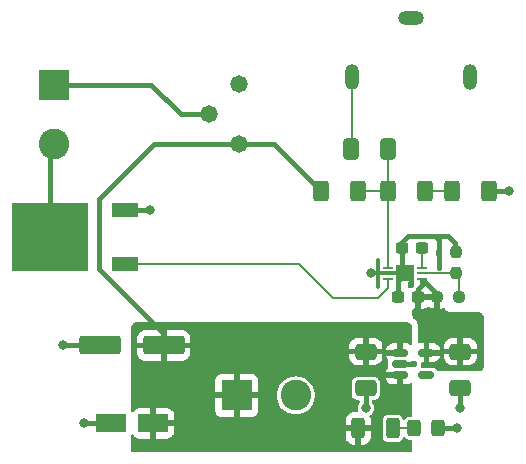
<source format=gtl>
%TF.GenerationSoftware,KiCad,Pcbnew,(6.0.7-1)-1*%
%TF.CreationDate,2022-08-15T15:40:10-06:00*%
%TF.ProjectId,led_modulator,6c65645f-6d6f-4647-956c-61746f722e6b,rev?*%
%TF.SameCoordinates,Original*%
%TF.FileFunction,Copper,L1,Top*%
%TF.FilePolarity,Positive*%
%FSLAX46Y46*%
G04 Gerber Fmt 4.6, Leading zero omitted, Abs format (unit mm)*
G04 Created by KiCad (PCBNEW (6.0.7-1)-1) date 2022-08-15 15:40:10*
%MOMM*%
%LPD*%
G01*
G04 APERTURE LIST*
G04 Aperture macros list*
%AMRoundRect*
0 Rectangle with rounded corners*
0 $1 Rounding radius*
0 $2 $3 $4 $5 $6 $7 $8 $9 X,Y pos of 4 corners*
0 Add a 4 corners polygon primitive as box body*
4,1,4,$2,$3,$4,$5,$6,$7,$8,$9,$2,$3,0*
0 Add four circle primitives for the rounded corners*
1,1,$1+$1,$2,$3*
1,1,$1+$1,$4,$5*
1,1,$1+$1,$6,$7*
1,1,$1+$1,$8,$9*
0 Add four rect primitives between the rounded corners*
20,1,$1+$1,$2,$3,$4,$5,0*
20,1,$1+$1,$4,$5,$6,$7,0*
20,1,$1+$1,$6,$7,$8,$9,0*
20,1,$1+$1,$8,$9,$2,$3,0*%
G04 Aperture macros list end*
%TA.AperFunction,SMDPad,CuDef*%
%ADD10RoundRect,0.250000X-0.650000X0.412500X-0.650000X-0.412500X0.650000X-0.412500X0.650000X0.412500X0*%
%TD*%
%TA.AperFunction,SMDPad,CuDef*%
%ADD11RoundRect,0.237500X0.300000X0.237500X-0.300000X0.237500X-0.300000X-0.237500X0.300000X-0.237500X0*%
%TD*%
%TA.AperFunction,SMDPad,CuDef*%
%ADD12RoundRect,0.250000X1.500000X0.550000X-1.500000X0.550000X-1.500000X-0.550000X1.500000X-0.550000X0*%
%TD*%
%TA.AperFunction,SMDPad,CuDef*%
%ADD13RoundRect,0.250000X-0.312500X-0.625000X0.312500X-0.625000X0.312500X0.625000X-0.312500X0.625000X0*%
%TD*%
%TA.AperFunction,SMDPad,CuDef*%
%ADD14RoundRect,0.237500X-0.250000X-0.237500X0.250000X-0.237500X0.250000X0.237500X-0.250000X0.237500X0*%
%TD*%
%TA.AperFunction,SMDPad,CuDef*%
%ADD15RoundRect,0.250000X0.325000X0.450000X-0.325000X0.450000X-0.325000X-0.450000X0.325000X-0.450000X0*%
%TD*%
%TA.AperFunction,SMDPad,CuDef*%
%ADD16RoundRect,0.250000X-0.400000X-0.625000X0.400000X-0.625000X0.400000X0.625000X-0.400000X0.625000X0*%
%TD*%
%TA.AperFunction,SMDPad,CuDef*%
%ADD17RoundRect,0.250000X-0.412500X-0.650000X0.412500X-0.650000X0.412500X0.650000X-0.412500X0.650000X0*%
%TD*%
%TA.AperFunction,SMDPad,CuDef*%
%ADD18RoundRect,0.237500X0.237500X-0.250000X0.237500X0.250000X-0.237500X0.250000X-0.237500X-0.250000X0*%
%TD*%
%TA.AperFunction,SMDPad,CuDef*%
%ADD19RoundRect,0.062500X0.350000X0.062500X-0.350000X0.062500X-0.350000X-0.062500X0.350000X-0.062500X0*%
%TD*%
%TA.AperFunction,SMDPad,CuDef*%
%ADD20R,1.650000X1.350000*%
%TD*%
%TA.AperFunction,SMDPad,CuDef*%
%ADD21RoundRect,0.250000X1.050000X0.550000X-1.050000X0.550000X-1.050000X-0.550000X1.050000X-0.550000X0*%
%TD*%
%TA.AperFunction,ComponentPad*%
%ADD22R,2.600000X2.600000*%
%TD*%
%TA.AperFunction,ComponentPad*%
%ADD23C,2.600000*%
%TD*%
%TA.AperFunction,ComponentPad*%
%ADD24C,1.473200*%
%TD*%
%TA.AperFunction,SMDPad,CuDef*%
%ADD25RoundRect,0.150000X-0.512500X-0.150000X0.512500X-0.150000X0.512500X0.150000X-0.512500X0.150000X0*%
%TD*%
%TA.AperFunction,SMDPad,CuDef*%
%ADD26R,2.200000X1.200000*%
%TD*%
%TA.AperFunction,SMDPad,CuDef*%
%ADD27R,6.400000X5.800000*%
%TD*%
%TA.AperFunction,ComponentPad*%
%ADD28O,1.200000X2.200000*%
%TD*%
%TA.AperFunction,ComponentPad*%
%ADD29O,2.200000X1.200000*%
%TD*%
%TA.AperFunction,ViaPad*%
%ADD30C,0.800000*%
%TD*%
%TA.AperFunction,ViaPad*%
%ADD31C,0.600000*%
%TD*%
%TA.AperFunction,Conductor*%
%ADD32C,0.400000*%
%TD*%
%TA.AperFunction,Conductor*%
%ADD33C,0.300000*%
%TD*%
%TA.AperFunction,Conductor*%
%ADD34C,0.200000*%
%TD*%
G04 APERTURE END LIST*
D10*
X143460000Y-138712500D03*
X143460000Y-141837500D03*
D11*
X147912500Y-134100000D03*
X146187500Y-134100000D03*
D12*
X126350000Y-138200000D03*
X120950000Y-138200000D03*
D13*
X142812500Y-145225000D03*
X145737500Y-145225000D03*
D14*
X149512500Y-134100000D03*
X151337500Y-134100000D03*
D10*
X151460000Y-138712500D03*
X151460000Y-141837500D03*
D15*
X149600000Y-145225000D03*
X147550000Y-145225000D03*
D16*
X145370000Y-125100000D03*
X148470000Y-125100000D03*
D17*
X142247500Y-121600000D03*
X145372500Y-121600000D03*
D18*
X151070000Y-132100000D03*
X151070000Y-130275000D03*
D19*
X148237500Y-132600000D03*
X148237500Y-132100000D03*
X148237500Y-131600000D03*
X145362500Y-131600000D03*
X145362500Y-132100000D03*
X145362500Y-132600000D03*
D20*
X146800000Y-132100000D03*
D16*
X139670000Y-125100000D03*
X142770000Y-125100000D03*
D21*
X125450000Y-144800000D03*
X121850000Y-144800000D03*
D22*
X132530000Y-142425000D03*
D23*
X137530000Y-142425000D03*
D24*
X132750000Y-116075000D03*
X130210000Y-118615000D03*
X132750000Y-121155000D03*
D25*
X146322500Y-138800000D03*
X146322500Y-139750000D03*
X146322500Y-140700000D03*
X148597500Y-140700000D03*
X148597500Y-138800000D03*
D16*
X150780000Y-125100000D03*
X153880000Y-125100000D03*
D11*
X148237500Y-129975000D03*
X146512500Y-129975000D03*
D26*
X123050000Y-131280000D03*
D27*
X116750000Y-129000000D03*
D26*
X123050000Y-126720000D03*
D22*
X117075000Y-116115000D03*
D23*
X117075000Y-121115000D03*
D28*
X152250000Y-115500000D03*
D29*
X147250000Y-110500000D03*
D28*
X142250000Y-115500000D03*
D30*
X143900000Y-132100000D03*
X125200000Y-126720000D03*
X151450000Y-143500000D03*
X155600000Y-125100000D03*
X143470000Y-143490000D03*
X117800000Y-138200000D03*
X151175000Y-145200000D03*
X119600000Y-144800000D03*
D31*
X147550000Y-139750000D03*
X147298122Y-133103074D03*
X149625000Y-130400000D03*
D32*
X146187500Y-132712500D02*
X146800000Y-132100000D01*
X143460000Y-143480000D02*
X143470000Y-143490000D01*
X151460000Y-141837500D02*
X151460000Y-143490000D01*
D33*
X145362500Y-132100000D02*
X146800000Y-132100000D01*
D32*
X146800000Y-132100000D02*
X147298122Y-132598122D01*
D33*
X145362500Y-132100000D02*
X144475000Y-132100000D01*
D32*
X147298122Y-132598122D02*
X147298122Y-133103074D01*
X146322500Y-139750000D02*
X147550000Y-139750000D01*
X146512500Y-129427500D02*
X147000000Y-128940000D01*
X146512500Y-129975000D02*
X146512500Y-131812500D01*
X123050000Y-126720000D02*
X125200000Y-126720000D01*
X149315000Y-128940000D02*
X150400000Y-128940000D01*
X146512500Y-129975000D02*
X146512500Y-129427500D01*
X149625000Y-131600000D02*
X149625000Y-129250000D01*
X149625000Y-129250000D02*
X149315000Y-128940000D01*
X147000000Y-128940000D02*
X149315000Y-128940000D01*
X120950000Y-138200000D02*
X117800000Y-138200000D01*
X149600000Y-145225000D02*
X151150000Y-145225000D01*
X151010000Y-129550000D02*
X151010000Y-130275000D01*
X146187500Y-134100000D02*
X146187500Y-132712500D01*
X151150000Y-145225000D02*
X151175000Y-145200000D01*
X150400000Y-128940000D02*
X151010000Y-129550000D01*
X153880000Y-125100000D02*
X155600000Y-125100000D01*
X121850000Y-144800000D02*
X119600000Y-144800000D01*
D33*
X144475000Y-132100000D02*
X143900000Y-132100000D01*
X144475000Y-133250000D02*
X144475000Y-132100000D01*
D32*
X151460000Y-143490000D02*
X151450000Y-143500000D01*
D33*
X144475000Y-132100000D02*
X144475000Y-130975000D01*
D32*
X143460000Y-141837500D02*
X143460000Y-143480000D01*
X132750000Y-121155000D02*
X125545000Y-121155000D01*
X125545000Y-121155000D02*
X120900000Y-125800000D01*
X120900000Y-125800000D02*
X120900000Y-131750000D01*
X120900000Y-131750000D02*
X126350000Y-137200000D01*
X126350000Y-137200000D02*
X126350000Y-138200000D01*
X132750000Y-121155000D02*
X135725000Y-121155000D01*
X135725000Y-121155000D02*
X139670000Y-125100000D01*
D34*
X145372500Y-121600000D02*
X145372500Y-125097500D01*
X145370000Y-125100000D02*
X145370000Y-131592500D01*
X142770000Y-125100000D02*
X145370000Y-125100000D01*
X142250000Y-115400000D02*
X142250000Y-121597500D01*
D32*
X148237500Y-133112500D02*
X148237500Y-132624500D01*
X149512500Y-133875000D02*
X148262000Y-132624500D01*
X147912500Y-133437500D02*
X148237500Y-133112500D01*
X147912500Y-134100000D02*
X147912500Y-133437500D01*
D34*
X123050000Y-131280000D02*
X137780000Y-131280000D01*
X144500000Y-134200000D02*
X145362500Y-133337500D01*
X140700000Y-134200000D02*
X144500000Y-134200000D01*
X145362500Y-133337500D02*
X145362500Y-132600000D01*
X137780000Y-131280000D02*
X140700000Y-134200000D01*
X148470000Y-125100000D02*
X150780000Y-125100000D01*
D32*
X116750000Y-121115000D02*
X116750000Y-129000000D01*
X116750000Y-116115000D02*
X125280000Y-116115000D01*
X125280000Y-116115000D02*
X127780000Y-118615000D01*
X127780000Y-118615000D02*
X130210000Y-118615000D01*
D34*
X151065000Y-132100000D02*
X148237500Y-132100000D01*
X151337500Y-134100000D02*
X151337500Y-132367500D01*
X148237500Y-129975000D02*
X148237500Y-131600000D01*
X145737500Y-145225000D02*
X147550000Y-145225000D01*
%TA.AperFunction,Conductor*%
G36*
X146906434Y-136200847D02*
G01*
X147016487Y-136215336D01*
X147041451Y-136222025D01*
X147137957Y-136261999D01*
X147160339Y-136274921D01*
X147243213Y-136338513D01*
X147261487Y-136356787D01*
X147325079Y-136439661D01*
X147338001Y-136462043D01*
X147377975Y-136558549D01*
X147384664Y-136583513D01*
X147399153Y-136693566D01*
X147400000Y-136706488D01*
X147400000Y-138058001D01*
X147381093Y-138116192D01*
X147331593Y-138152156D01*
X147270407Y-138152156D01*
X147240324Y-138136228D01*
X147231191Y-138129144D01*
X147100561Y-138051890D01*
X147089216Y-138046980D01*
X146942349Y-138004311D01*
X146932449Y-138002503D01*
X146902584Y-138000153D01*
X146898692Y-138000000D01*
X146588180Y-138000000D01*
X146575495Y-138004122D01*
X146572500Y-138008243D01*
X146572500Y-138951000D01*
X146553593Y-139009191D01*
X146504093Y-139045155D01*
X146473500Y-139050000D01*
X145178384Y-139050000D01*
X145165699Y-139054122D01*
X145164119Y-139056296D01*
X145164311Y-139057348D01*
X145206980Y-139204216D01*
X145211890Y-139215561D01*
X145289144Y-139346191D01*
X145296721Y-139355960D01*
X145342588Y-139401827D01*
X145370365Y-139456344D01*
X145365991Y-139504636D01*
X145362481Y-139514631D01*
X145359500Y-139546166D01*
X145359500Y-139953834D01*
X145362481Y-139985369D01*
X145364480Y-139991061D01*
X145365991Y-139995364D01*
X145367434Y-140056532D01*
X145342588Y-140098173D01*
X145296721Y-140144040D01*
X145289144Y-140153809D01*
X145211890Y-140284439D01*
X145206980Y-140295784D01*
X145165194Y-140439614D01*
X145167048Y-140447338D01*
X145169470Y-140449407D01*
X145172453Y-140450000D01*
X146473500Y-140450000D01*
X146531691Y-140468907D01*
X146567655Y-140518407D01*
X146572500Y-140549000D01*
X146572500Y-141484320D01*
X146576622Y-141497005D01*
X146580743Y-141500000D01*
X146898692Y-141500000D01*
X146902584Y-141499847D01*
X146932449Y-141497497D01*
X146942349Y-141495689D01*
X147089216Y-141453020D01*
X147100561Y-141448110D01*
X147231191Y-141370856D01*
X147240324Y-141363772D01*
X147297893Y-141343048D01*
X147356648Y-141360119D01*
X147394148Y-141408466D01*
X147400000Y-141441999D01*
X147400000Y-144125500D01*
X147381093Y-144183691D01*
X147331593Y-144219655D01*
X147301000Y-144224500D01*
X147182228Y-144224500D01*
X147092453Y-144235364D01*
X146952217Y-144290887D01*
X146946842Y-144294967D01*
X146946840Y-144294968D01*
X146911438Y-144321840D01*
X146832078Y-144382078D01*
X146756756Y-144481310D01*
X146706515Y-144516229D01*
X146645343Y-144514947D01*
X146596607Y-144477955D01*
X146585853Y-144457898D01*
X146536598Y-144333493D01*
X146536597Y-144333492D01*
X146534113Y-144327217D01*
X146503084Y-144286337D01*
X146447005Y-144212457D01*
X146442922Y-144207078D01*
X146430441Y-144197604D01*
X146328160Y-144119968D01*
X146328158Y-144119967D01*
X146322783Y-144115887D01*
X146182547Y-144060364D01*
X146092772Y-144049500D01*
X145382228Y-144049500D01*
X145292453Y-144060364D01*
X145152217Y-144115887D01*
X145146842Y-144119967D01*
X145146840Y-144119968D01*
X145044559Y-144197604D01*
X145032078Y-144207078D01*
X145027995Y-144212457D01*
X144971917Y-144286337D01*
X144940887Y-144327217D01*
X144885364Y-144467453D01*
X144874500Y-144557228D01*
X144874500Y-145892772D01*
X144885364Y-145982547D01*
X144940887Y-146122783D01*
X144944967Y-146128158D01*
X144944968Y-146128160D01*
X145018581Y-146225141D01*
X145032078Y-146242922D01*
X145037457Y-146247005D01*
X145146840Y-146330032D01*
X145146842Y-146330033D01*
X145152217Y-146334113D01*
X145292453Y-146389636D01*
X145382228Y-146400500D01*
X146092772Y-146400500D01*
X146182547Y-146389636D01*
X146322783Y-146334113D01*
X146328158Y-146330033D01*
X146328160Y-146330032D01*
X146437543Y-146247005D01*
X146442922Y-146242922D01*
X146456419Y-146225141D01*
X146530032Y-146128160D01*
X146530033Y-146128158D01*
X146534113Y-146122783D01*
X146543134Y-146100000D01*
X146585853Y-145992102D01*
X146624854Y-145944958D01*
X146684117Y-145929741D01*
X146741006Y-145952265D01*
X146756754Y-145968687D01*
X146832078Y-146067922D01*
X146837457Y-146072005D01*
X146946840Y-146155032D01*
X146946842Y-146155033D01*
X146952217Y-146159113D01*
X147092453Y-146214636D01*
X147182228Y-146225500D01*
X147301000Y-146225500D01*
X147359191Y-146244407D01*
X147395155Y-146293907D01*
X147400000Y-146324500D01*
X147400000Y-146993512D01*
X147399153Y-147006434D01*
X147385068Y-147113422D01*
X147358727Y-147168647D01*
X147304957Y-147197842D01*
X147286915Y-147199500D01*
X123713085Y-147199500D01*
X123654894Y-147180593D01*
X123618930Y-147131093D01*
X123614932Y-147113422D01*
X123600847Y-147006434D01*
X123600000Y-146993512D01*
X123600000Y-145830658D01*
X123618907Y-145772467D01*
X123668407Y-145736503D01*
X123729593Y-145736503D01*
X123779093Y-145772467D01*
X123783185Y-145778563D01*
X123805202Y-145814143D01*
X123812297Y-145823094D01*
X123927931Y-145938527D01*
X123936895Y-145945606D01*
X124075983Y-146031341D01*
X124086337Y-146036169D01*
X124241742Y-146087715D01*
X124252255Y-146089968D01*
X124347641Y-146099741D01*
X124352698Y-146100000D01*
X125184320Y-146100000D01*
X125197005Y-146095878D01*
X125200000Y-146091757D01*
X125200000Y-146084319D01*
X125700000Y-146084319D01*
X125704122Y-146097004D01*
X125708243Y-146099999D01*
X126547263Y-146099999D01*
X126552396Y-146099733D01*
X126649028Y-146089708D01*
X126659553Y-146087435D01*
X126814865Y-146035619D01*
X126825202Y-146030776D01*
X126964143Y-145944797D01*
X126973094Y-145937703D01*
X127013464Y-145897263D01*
X141750001Y-145897263D01*
X141750267Y-145902396D01*
X141760292Y-145999028D01*
X141762565Y-146009553D01*
X141814381Y-146164865D01*
X141819224Y-146175202D01*
X141905203Y-146314143D01*
X141912297Y-146323094D01*
X142027931Y-146438527D01*
X142036895Y-146445606D01*
X142175983Y-146531341D01*
X142186337Y-146536169D01*
X142341742Y-146587715D01*
X142352255Y-146589968D01*
X142447641Y-146599741D01*
X142452698Y-146600000D01*
X142546820Y-146600000D01*
X142559505Y-146595878D01*
X142562500Y-146591757D01*
X142562500Y-146584319D01*
X143062500Y-146584319D01*
X143066622Y-146597004D01*
X143070743Y-146599999D01*
X143172263Y-146599999D01*
X143177396Y-146599733D01*
X143274028Y-146589708D01*
X143284553Y-146587435D01*
X143439865Y-146535619D01*
X143450202Y-146530776D01*
X143589143Y-146444797D01*
X143598094Y-146437703D01*
X143713527Y-146322069D01*
X143720606Y-146313105D01*
X143806341Y-146174017D01*
X143811169Y-146163663D01*
X143862715Y-146008258D01*
X143864968Y-145997745D01*
X143874741Y-145902359D01*
X143875000Y-145897302D01*
X143875000Y-145490680D01*
X143870878Y-145477995D01*
X143866757Y-145475000D01*
X143078180Y-145475000D01*
X143065495Y-145479122D01*
X143062500Y-145483243D01*
X143062500Y-146584319D01*
X142562500Y-146584319D01*
X142562500Y-145490680D01*
X142558378Y-145477995D01*
X142554257Y-145475000D01*
X141765681Y-145475000D01*
X141752996Y-145479122D01*
X141750001Y-145483243D01*
X141750001Y-145897263D01*
X127013464Y-145897263D01*
X127088527Y-145822069D01*
X127095606Y-145813105D01*
X127181341Y-145674017D01*
X127186169Y-145663663D01*
X127237715Y-145508258D01*
X127239968Y-145497745D01*
X127249741Y-145402359D01*
X127250000Y-145397302D01*
X127250000Y-145065680D01*
X127245878Y-145052995D01*
X127241757Y-145050000D01*
X125715680Y-145050000D01*
X125702995Y-145054122D01*
X125700000Y-145058243D01*
X125700000Y-146084319D01*
X125200000Y-146084319D01*
X125200000Y-144959320D01*
X141750000Y-144959320D01*
X141754122Y-144972005D01*
X141758243Y-144975000D01*
X143859319Y-144975000D01*
X143872004Y-144970878D01*
X143874999Y-144966757D01*
X143874999Y-144552737D01*
X143874733Y-144547604D01*
X143864708Y-144450972D01*
X143862435Y-144440447D01*
X143810619Y-144285135D01*
X143805776Y-144274797D01*
X143782672Y-144237461D01*
X143768129Y-144178029D01*
X143791297Y-144121399D01*
X143822373Y-144096923D01*
X143855161Y-144080432D01*
X143855166Y-144080429D01*
X143860498Y-144077747D01*
X143865035Y-144073872D01*
X143865038Y-144073870D01*
X143984888Y-143971508D01*
X143984891Y-143971505D01*
X143989423Y-143967634D01*
X144000097Y-143952780D01*
X144084877Y-143834796D01*
X144084878Y-143834794D01*
X144088361Y-143829947D01*
X144091896Y-143821155D01*
X144149377Y-143678167D01*
X144149378Y-143678165D01*
X144151601Y-143672634D01*
X144153072Y-143662297D01*
X144175034Y-143507985D01*
X144175034Y-143507979D01*
X144175490Y-143504778D01*
X144175645Y-143490000D01*
X144160961Y-143368659D01*
X144155993Y-143327602D01*
X144155992Y-143327599D01*
X144155276Y-143321680D01*
X144095345Y-143163077D01*
X144087505Y-143151669D01*
X144002692Y-143028267D01*
X143999312Y-143023349D01*
X143994860Y-143019383D01*
X143994857Y-143019379D01*
X143993641Y-143018296D01*
X143993128Y-143017418D01*
X143990908Y-143014900D01*
X143991402Y-143014464D01*
X143962772Y-142965468D01*
X143960500Y-142944380D01*
X143960500Y-142899500D01*
X143979407Y-142841309D01*
X144028907Y-142805345D01*
X144059500Y-142800500D01*
X144152772Y-142800500D01*
X144242547Y-142789636D01*
X144382783Y-142734113D01*
X144388158Y-142730033D01*
X144388160Y-142730032D01*
X144497543Y-142647005D01*
X144502922Y-142642922D01*
X144594113Y-142522783D01*
X144649636Y-142382547D01*
X144660500Y-142292772D01*
X144660500Y-141382228D01*
X144649636Y-141292453D01*
X144594113Y-141152217D01*
X144576257Y-141128692D01*
X144507005Y-141037457D01*
X144502922Y-141032078D01*
X144451500Y-140993046D01*
X144403084Y-140956296D01*
X145164119Y-140956296D01*
X145164311Y-140957348D01*
X145206980Y-141104216D01*
X145211890Y-141115561D01*
X145289144Y-141246191D01*
X145296721Y-141255960D01*
X145404040Y-141363279D01*
X145413809Y-141370856D01*
X145544439Y-141448110D01*
X145555784Y-141453020D01*
X145702651Y-141495689D01*
X145712551Y-141497497D01*
X145742416Y-141499847D01*
X145746308Y-141500000D01*
X146056820Y-141500000D01*
X146069505Y-141495878D01*
X146072500Y-141491757D01*
X146072500Y-140965680D01*
X146068378Y-140952995D01*
X146064257Y-140950000D01*
X145178384Y-140950000D01*
X145165699Y-140954122D01*
X145164119Y-140956296D01*
X144403084Y-140956296D01*
X144388160Y-140944968D01*
X144388158Y-140944967D01*
X144382783Y-140940887D01*
X144242547Y-140885364D01*
X144152772Y-140874500D01*
X142767228Y-140874500D01*
X142677453Y-140885364D01*
X142537217Y-140940887D01*
X142531842Y-140944967D01*
X142531840Y-140944968D01*
X142468500Y-140993046D01*
X142417078Y-141032078D01*
X142412995Y-141037457D01*
X142343744Y-141128692D01*
X142325887Y-141152217D01*
X142270364Y-141292453D01*
X142259500Y-141382228D01*
X142259500Y-142292772D01*
X142270364Y-142382547D01*
X142325887Y-142522783D01*
X142417078Y-142642922D01*
X142422457Y-142647005D01*
X142531840Y-142730032D01*
X142531842Y-142730033D01*
X142537217Y-142734113D01*
X142677453Y-142789636D01*
X142767228Y-142800500D01*
X142860500Y-142800500D01*
X142918691Y-142819407D01*
X142954655Y-142868907D01*
X142959500Y-142899500D01*
X142959500Y-142966750D01*
X142941498Y-143023674D01*
X142848113Y-143156547D01*
X142786524Y-143314513D01*
X142764394Y-143482611D01*
X142765049Y-143488544D01*
X142765049Y-143488548D01*
X142773956Y-143569224D01*
X142782999Y-143651135D01*
X142807094Y-143716977D01*
X142809336Y-143778122D01*
X142775211Y-143828906D01*
X142714124Y-143850000D01*
X142452737Y-143850001D01*
X142447604Y-143850267D01*
X142350972Y-143860292D01*
X142340447Y-143862565D01*
X142185135Y-143914381D01*
X142174798Y-143919224D01*
X142035857Y-144005203D01*
X142026906Y-144012297D01*
X141911473Y-144127931D01*
X141904394Y-144136895D01*
X141818659Y-144275983D01*
X141813831Y-144286337D01*
X141762285Y-144441742D01*
X141760032Y-144452255D01*
X141750259Y-144547641D01*
X141750000Y-144552698D01*
X141750000Y-144959320D01*
X125200000Y-144959320D01*
X125200000Y-144534320D01*
X125700000Y-144534320D01*
X125704122Y-144547005D01*
X125708243Y-144550000D01*
X127234319Y-144550000D01*
X127247004Y-144545878D01*
X127249999Y-144541757D01*
X127249999Y-144202737D01*
X127249733Y-144197604D01*
X127239708Y-144100972D01*
X127237435Y-144090447D01*
X127185619Y-143935135D01*
X127180776Y-143924798D01*
X127094797Y-143785857D01*
X127087703Y-143776906D01*
X127080441Y-143769657D01*
X130730000Y-143769657D01*
X130730289Y-143774991D01*
X130735971Y-143827298D01*
X130738822Y-143839287D01*
X130784443Y-143960982D01*
X130791143Y-143973219D01*
X130868581Y-144076545D01*
X130878455Y-144086419D01*
X130981781Y-144163857D01*
X130994018Y-144170557D01*
X131115713Y-144216178D01*
X131127702Y-144219029D01*
X131180009Y-144224711D01*
X131185343Y-144225000D01*
X132264320Y-144225000D01*
X132277005Y-144220878D01*
X132280000Y-144216757D01*
X132280000Y-144209320D01*
X132780000Y-144209320D01*
X132784122Y-144222005D01*
X132788243Y-144225000D01*
X133874657Y-144225000D01*
X133879991Y-144224711D01*
X133932298Y-144219029D01*
X133944287Y-144216178D01*
X134065982Y-144170557D01*
X134078219Y-144163857D01*
X134181545Y-144086419D01*
X134191419Y-144076545D01*
X134268857Y-143973219D01*
X134275557Y-143960982D01*
X134321178Y-143839287D01*
X134324029Y-143827298D01*
X134329711Y-143774991D01*
X134330000Y-143769657D01*
X134330000Y-142690680D01*
X134325878Y-142677995D01*
X134321757Y-142675000D01*
X132795680Y-142675000D01*
X132782995Y-142679122D01*
X132780000Y-142683243D01*
X132780000Y-144209320D01*
X132280000Y-144209320D01*
X132280000Y-142690680D01*
X132275878Y-142677995D01*
X132271757Y-142675000D01*
X130745680Y-142675000D01*
X130732995Y-142679122D01*
X130730000Y-142683243D01*
X130730000Y-143769657D01*
X127080441Y-143769657D01*
X126972069Y-143661473D01*
X126963105Y-143654394D01*
X126824017Y-143568659D01*
X126813663Y-143563831D01*
X126658258Y-143512285D01*
X126647745Y-143510032D01*
X126552359Y-143500259D01*
X126547302Y-143500000D01*
X125715680Y-143500000D01*
X125702995Y-143504122D01*
X125700000Y-143508243D01*
X125700000Y-144534320D01*
X125200000Y-144534320D01*
X125200000Y-143515681D01*
X125195878Y-143502996D01*
X125191757Y-143500001D01*
X124352737Y-143500001D01*
X124347604Y-143500267D01*
X124250972Y-143510292D01*
X124240447Y-143512565D01*
X124085135Y-143564381D01*
X124074798Y-143569224D01*
X123935857Y-143655203D01*
X123926906Y-143662297D01*
X123811473Y-143777931D01*
X123804389Y-143786901D01*
X123783275Y-143821155D01*
X123736646Y-143860770D01*
X123675637Y-143865411D01*
X123623552Y-143833305D01*
X123600285Y-143776716D01*
X123600000Y-143769207D01*
X123600000Y-142425000D01*
X135924551Y-142425000D01*
X135924856Y-142428875D01*
X135941279Y-142637543D01*
X135944317Y-142676148D01*
X135945223Y-142679921D01*
X135945223Y-142679922D01*
X135997939Y-142899500D01*
X136003127Y-142921111D01*
X136004612Y-142924697D01*
X136004614Y-142924702D01*
X136043382Y-143018296D01*
X136099534Y-143153859D01*
X136231164Y-143368659D01*
X136394776Y-143560224D01*
X136397743Y-143562758D01*
X136507781Y-143656739D01*
X136586341Y-143723836D01*
X136801141Y-143855466D01*
X136889815Y-143892196D01*
X137030298Y-143950386D01*
X137030303Y-143950388D01*
X137033889Y-143951873D01*
X137037663Y-143952779D01*
X137037666Y-143952780D01*
X137256026Y-144005203D01*
X137278852Y-144010683D01*
X137282717Y-144010987D01*
X137282722Y-144010988D01*
X137526125Y-144030144D01*
X137530000Y-144030449D01*
X137533875Y-144030144D01*
X137777278Y-144010988D01*
X137777283Y-144010987D01*
X137781148Y-144010683D01*
X137803974Y-144005203D01*
X138022334Y-143952780D01*
X138022337Y-143952779D01*
X138026111Y-143951873D01*
X138029697Y-143950388D01*
X138029702Y-143950386D01*
X138170185Y-143892196D01*
X138258859Y-143855466D01*
X138473659Y-143723836D01*
X138552220Y-143656739D01*
X138662257Y-143562758D01*
X138665224Y-143560224D01*
X138828836Y-143368659D01*
X138960466Y-143153859D01*
X139016618Y-143018296D01*
X139055386Y-142924702D01*
X139055388Y-142924697D01*
X139056873Y-142921111D01*
X139062062Y-142899500D01*
X139114777Y-142679922D01*
X139114777Y-142679921D01*
X139115683Y-142676148D01*
X139118722Y-142637543D01*
X139135144Y-142428875D01*
X139135449Y-142425000D01*
X139125276Y-142295738D01*
X139115988Y-142177722D01*
X139115987Y-142177717D01*
X139115683Y-142173852D01*
X139056873Y-141928889D01*
X138960466Y-141696141D01*
X138828836Y-141481341D01*
X138665224Y-141289776D01*
X138504163Y-141152217D01*
X138476619Y-141128692D01*
X138476618Y-141128692D01*
X138473659Y-141126164D01*
X138258859Y-140994534D01*
X138123344Y-140938402D01*
X138029702Y-140899614D01*
X138029697Y-140899612D01*
X138026111Y-140898127D01*
X138022337Y-140897221D01*
X138022334Y-140897220D01*
X137784922Y-140840223D01*
X137784921Y-140840223D01*
X137781148Y-140839317D01*
X137777283Y-140839013D01*
X137777278Y-140839012D01*
X137533875Y-140819856D01*
X137530000Y-140819551D01*
X137526125Y-140819856D01*
X137282722Y-140839012D01*
X137282717Y-140839013D01*
X137278852Y-140839317D01*
X137275079Y-140840223D01*
X137275078Y-140840223D01*
X137037666Y-140897220D01*
X137037663Y-140897221D01*
X137033889Y-140898127D01*
X137030303Y-140899612D01*
X137030298Y-140899614D01*
X136936656Y-140938402D01*
X136801141Y-140994534D01*
X136586341Y-141126164D01*
X136583382Y-141128692D01*
X136583381Y-141128692D01*
X136555837Y-141152217D01*
X136394776Y-141289776D01*
X136231164Y-141481341D01*
X136099534Y-141696141D01*
X136003127Y-141928889D01*
X135944317Y-142173852D01*
X135944013Y-142177717D01*
X135944012Y-142177722D01*
X135934724Y-142295738D01*
X135924551Y-142425000D01*
X123600000Y-142425000D01*
X123600000Y-142159320D01*
X130730000Y-142159320D01*
X130734122Y-142172005D01*
X130738243Y-142175000D01*
X132264320Y-142175000D01*
X132277005Y-142170878D01*
X132280000Y-142166757D01*
X132280000Y-142159320D01*
X132780000Y-142159320D01*
X132784122Y-142172005D01*
X132788243Y-142175000D01*
X134314320Y-142175000D01*
X134327005Y-142170878D01*
X134330000Y-142166757D01*
X134330000Y-141080343D01*
X134329711Y-141075009D01*
X134324029Y-141022702D01*
X134321178Y-141010713D01*
X134275557Y-140889018D01*
X134268857Y-140876781D01*
X134191419Y-140773455D01*
X134181545Y-140763581D01*
X134078219Y-140686143D01*
X134065982Y-140679443D01*
X133944287Y-140633822D01*
X133932298Y-140630971D01*
X133879991Y-140625289D01*
X133874657Y-140625000D01*
X132795680Y-140625000D01*
X132782995Y-140629122D01*
X132780000Y-140633243D01*
X132780000Y-142159320D01*
X132280000Y-142159320D01*
X132280000Y-140640680D01*
X132275878Y-140627995D01*
X132271757Y-140625000D01*
X131185343Y-140625000D01*
X131180009Y-140625289D01*
X131127702Y-140630971D01*
X131115713Y-140633822D01*
X130994018Y-140679443D01*
X130981781Y-140686143D01*
X130878455Y-140763581D01*
X130868581Y-140773455D01*
X130791143Y-140876781D01*
X130784443Y-140889018D01*
X130738822Y-141010713D01*
X130735971Y-141022702D01*
X130730289Y-141075009D01*
X130730000Y-141080343D01*
X130730000Y-142159320D01*
X123600000Y-142159320D01*
X123600000Y-138797263D01*
X124100001Y-138797263D01*
X124100267Y-138802396D01*
X124110292Y-138899028D01*
X124112565Y-138909553D01*
X124164381Y-139064865D01*
X124169224Y-139075202D01*
X124255203Y-139214143D01*
X124262297Y-139223094D01*
X124377931Y-139338527D01*
X124386895Y-139345606D01*
X124525983Y-139431341D01*
X124536337Y-139436169D01*
X124691742Y-139487715D01*
X124702255Y-139489968D01*
X124797641Y-139499741D01*
X124802698Y-139500000D01*
X126084320Y-139500000D01*
X126097005Y-139495878D01*
X126100000Y-139491757D01*
X126100000Y-139484319D01*
X126600000Y-139484319D01*
X126604122Y-139497004D01*
X126608243Y-139499999D01*
X127897263Y-139499999D01*
X127902396Y-139499733D01*
X127999028Y-139489708D01*
X128009553Y-139487435D01*
X128164865Y-139435619D01*
X128175202Y-139430776D01*
X128314143Y-139344797D01*
X128323094Y-139337703D01*
X128438527Y-139222069D01*
X128445606Y-139213105D01*
X128470781Y-139172263D01*
X142060001Y-139172263D01*
X142060267Y-139177396D01*
X142070292Y-139274028D01*
X142072565Y-139284553D01*
X142124381Y-139439865D01*
X142129224Y-139450202D01*
X142215203Y-139589143D01*
X142222297Y-139598094D01*
X142337931Y-139713527D01*
X142346895Y-139720606D01*
X142485983Y-139806341D01*
X142496337Y-139811169D01*
X142651742Y-139862715D01*
X142662255Y-139864968D01*
X142757641Y-139874741D01*
X142762698Y-139875000D01*
X143194320Y-139875000D01*
X143207005Y-139870878D01*
X143210000Y-139866757D01*
X143210000Y-139859319D01*
X143710000Y-139859319D01*
X143714122Y-139872004D01*
X143718243Y-139874999D01*
X144157263Y-139874999D01*
X144162396Y-139874733D01*
X144259028Y-139864708D01*
X144269553Y-139862435D01*
X144424865Y-139810619D01*
X144435202Y-139805776D01*
X144574143Y-139719797D01*
X144583094Y-139712703D01*
X144698527Y-139597069D01*
X144705606Y-139588105D01*
X144791341Y-139449017D01*
X144796169Y-139438663D01*
X144847715Y-139283258D01*
X144849968Y-139272745D01*
X144859741Y-139177359D01*
X144860000Y-139172302D01*
X144860000Y-138978180D01*
X144855878Y-138965495D01*
X144851757Y-138962500D01*
X143725680Y-138962500D01*
X143712995Y-138966622D01*
X143710000Y-138970743D01*
X143710000Y-139859319D01*
X143210000Y-139859319D01*
X143210000Y-138978180D01*
X143205878Y-138965495D01*
X143201757Y-138962500D01*
X142075681Y-138962500D01*
X142062996Y-138966622D01*
X142060001Y-138970743D01*
X142060001Y-139172263D01*
X128470781Y-139172263D01*
X128531341Y-139074017D01*
X128536169Y-139063663D01*
X128587715Y-138908258D01*
X128589968Y-138897745D01*
X128599741Y-138802359D01*
X128600000Y-138797302D01*
X128600000Y-138539614D01*
X145165194Y-138539614D01*
X145167048Y-138547338D01*
X145169470Y-138549407D01*
X145172453Y-138550000D01*
X146056820Y-138550000D01*
X146069505Y-138545878D01*
X146072500Y-138541757D01*
X146072500Y-138015680D01*
X146068378Y-138002995D01*
X146064257Y-138000000D01*
X145746308Y-138000000D01*
X145742416Y-138000153D01*
X145712551Y-138002503D01*
X145702651Y-138004311D01*
X145555784Y-138046980D01*
X145544439Y-138051890D01*
X145413809Y-138129144D01*
X145404040Y-138136721D01*
X145296721Y-138244040D01*
X145289144Y-138253809D01*
X145211890Y-138384439D01*
X145206980Y-138395784D01*
X145165194Y-138539614D01*
X128600000Y-138539614D01*
X128600000Y-138465680D01*
X128595878Y-138452995D01*
X128591757Y-138450000D01*
X126615680Y-138450000D01*
X126602995Y-138454122D01*
X126600000Y-138458243D01*
X126600000Y-139484319D01*
X126100000Y-139484319D01*
X126100000Y-138465680D01*
X126095878Y-138452995D01*
X126091757Y-138450000D01*
X124115681Y-138450000D01*
X124102996Y-138454122D01*
X124100001Y-138458243D01*
X124100001Y-138797263D01*
X123600000Y-138797263D01*
X123600000Y-138446820D01*
X142060000Y-138446820D01*
X142064122Y-138459505D01*
X142068243Y-138462500D01*
X143194320Y-138462500D01*
X143207005Y-138458378D01*
X143210000Y-138454257D01*
X143210000Y-138446820D01*
X143710000Y-138446820D01*
X143714122Y-138459505D01*
X143718243Y-138462500D01*
X144844319Y-138462500D01*
X144857004Y-138458378D01*
X144859999Y-138454257D01*
X144859999Y-138252737D01*
X144859733Y-138247604D01*
X144849708Y-138150972D01*
X144847435Y-138140447D01*
X144795619Y-137985135D01*
X144790776Y-137974798D01*
X144704797Y-137835857D01*
X144697703Y-137826906D01*
X144582069Y-137711473D01*
X144573105Y-137704394D01*
X144434017Y-137618659D01*
X144423663Y-137613831D01*
X144268258Y-137562285D01*
X144257745Y-137560032D01*
X144162359Y-137550259D01*
X144157302Y-137550000D01*
X143725680Y-137550000D01*
X143712995Y-137554122D01*
X143710000Y-137558243D01*
X143710000Y-138446820D01*
X143210000Y-138446820D01*
X143210000Y-137565681D01*
X143205878Y-137552996D01*
X143201757Y-137550001D01*
X142762737Y-137550001D01*
X142757604Y-137550267D01*
X142660972Y-137560292D01*
X142650447Y-137562565D01*
X142495135Y-137614381D01*
X142484798Y-137619224D01*
X142345857Y-137705203D01*
X142336906Y-137712297D01*
X142221473Y-137827931D01*
X142214394Y-137836895D01*
X142128659Y-137975983D01*
X142123831Y-137986337D01*
X142072285Y-138141742D01*
X142070032Y-138152255D01*
X142060259Y-138247641D01*
X142060000Y-138252698D01*
X142060000Y-138446820D01*
X123600000Y-138446820D01*
X123600000Y-137934320D01*
X124100000Y-137934320D01*
X124104122Y-137947005D01*
X124108243Y-137950000D01*
X126084320Y-137950000D01*
X126097005Y-137945878D01*
X126100000Y-137941757D01*
X126100000Y-137934320D01*
X126600000Y-137934320D01*
X126604122Y-137947005D01*
X126608243Y-137950000D01*
X128584319Y-137950000D01*
X128597004Y-137945878D01*
X128599999Y-137941757D01*
X128599999Y-137602737D01*
X128599733Y-137597604D01*
X128589708Y-137500972D01*
X128587435Y-137490447D01*
X128535619Y-137335135D01*
X128530776Y-137324798D01*
X128444797Y-137185857D01*
X128437703Y-137176906D01*
X128322069Y-137061473D01*
X128313105Y-137054394D01*
X128174017Y-136968659D01*
X128163663Y-136963831D01*
X128008258Y-136912285D01*
X127997745Y-136910032D01*
X127902359Y-136900259D01*
X127897302Y-136900000D01*
X126615680Y-136900000D01*
X126602995Y-136904122D01*
X126600000Y-136908243D01*
X126600000Y-137934320D01*
X126100000Y-137934320D01*
X126100000Y-136915681D01*
X126095878Y-136902996D01*
X126091757Y-136900001D01*
X124802737Y-136900001D01*
X124797604Y-136900267D01*
X124700972Y-136910292D01*
X124690447Y-136912565D01*
X124535135Y-136964381D01*
X124524798Y-136969224D01*
X124385857Y-137055203D01*
X124376906Y-137062297D01*
X124261473Y-137177931D01*
X124254394Y-137186895D01*
X124168659Y-137325983D01*
X124163831Y-137336337D01*
X124112285Y-137491742D01*
X124110032Y-137502255D01*
X124100259Y-137597641D01*
X124100000Y-137602698D01*
X124100000Y-137934320D01*
X123600000Y-137934320D01*
X123600000Y-136706488D01*
X123600847Y-136693566D01*
X123615336Y-136583513D01*
X123622025Y-136558549D01*
X123661999Y-136462043D01*
X123674921Y-136439661D01*
X123738513Y-136356787D01*
X123756787Y-136338513D01*
X123839661Y-136274921D01*
X123862043Y-136261999D01*
X123958549Y-136222025D01*
X123983513Y-136215336D01*
X124093566Y-136200847D01*
X124106488Y-136200000D01*
X146893512Y-136200000D01*
X146906434Y-136200847D01*
G37*
%TD.AperFunction*%
%TA.AperFunction,Conductor*%
G36*
X149721691Y-133868907D02*
G01*
X149757655Y-133918407D01*
X149762500Y-133949000D01*
X149762500Y-135059319D01*
X149766622Y-135072004D01*
X149770743Y-135074999D01*
X149808935Y-135074999D01*
X149814068Y-135074733D01*
X149908952Y-135064889D01*
X149919481Y-135062616D01*
X150035833Y-135023797D01*
X150097017Y-135023316D01*
X150146798Y-135058890D01*
X150158629Y-135079822D01*
X150166987Y-135100000D01*
X150170933Y-135105142D01*
X150170935Y-135105146D01*
X150219097Y-135167910D01*
X150246447Y-135203553D01*
X150251596Y-135207504D01*
X150344854Y-135279065D01*
X150344858Y-135279067D01*
X150350000Y-135283013D01*
X150470590Y-135332963D01*
X150600000Y-135350000D01*
X152943512Y-135350000D01*
X152956434Y-135350847D01*
X153066487Y-135365336D01*
X153091451Y-135372025D01*
X153187957Y-135411999D01*
X153210339Y-135424921D01*
X153293213Y-135488513D01*
X153311487Y-135506787D01*
X153375079Y-135589661D01*
X153388001Y-135612043D01*
X153427975Y-135708549D01*
X153434664Y-135733513D01*
X153449153Y-135843566D01*
X153450000Y-135856488D01*
X153450000Y-139893512D01*
X153449153Y-139906434D01*
X153434664Y-140016487D01*
X153427975Y-140041451D01*
X153388001Y-140137957D01*
X153375079Y-140160339D01*
X153311487Y-140243213D01*
X153293213Y-140261487D01*
X153210339Y-140325079D01*
X153187957Y-140338001D01*
X153091451Y-140377975D01*
X153066487Y-140384664D01*
X152956434Y-140399153D01*
X152943512Y-140400000D01*
X149604446Y-140400000D01*
X149546255Y-140381093D01*
X149516953Y-140347325D01*
X149515087Y-140343800D01*
X149512634Y-140336816D01*
X149432150Y-140227850D01*
X149323184Y-140147366D01*
X149195369Y-140102481D01*
X149189362Y-140101913D01*
X149189361Y-140101913D01*
X149166145Y-140099718D01*
X149166135Y-140099718D01*
X149163834Y-140099500D01*
X148203373Y-140099500D01*
X148145182Y-140080593D01*
X148109218Y-140031093D01*
X148109218Y-139969907D01*
X148111909Y-139962614D01*
X148132560Y-139912759D01*
X148135044Y-139906762D01*
X148155682Y-139750000D01*
X148150669Y-139711922D01*
X148161819Y-139651761D01*
X148206202Y-139609644D01*
X148248822Y-139600000D01*
X148331820Y-139600000D01*
X148344505Y-139595878D01*
X148347500Y-139591757D01*
X148347500Y-139584320D01*
X148847500Y-139584320D01*
X148851622Y-139597005D01*
X148855743Y-139600000D01*
X149173692Y-139600000D01*
X149177584Y-139599847D01*
X149207449Y-139597497D01*
X149217349Y-139595689D01*
X149364216Y-139553020D01*
X149375561Y-139548110D01*
X149506191Y-139470856D01*
X149515960Y-139463279D01*
X149623279Y-139355960D01*
X149630856Y-139346191D01*
X149708110Y-139215561D01*
X149713020Y-139204216D01*
X149722303Y-139172263D01*
X150060001Y-139172263D01*
X150060267Y-139177396D01*
X150070292Y-139274028D01*
X150072565Y-139284553D01*
X150124381Y-139439865D01*
X150129224Y-139450202D01*
X150215203Y-139589143D01*
X150222297Y-139598094D01*
X150337931Y-139713527D01*
X150346895Y-139720606D01*
X150485983Y-139806341D01*
X150496337Y-139811169D01*
X150651742Y-139862715D01*
X150662255Y-139864968D01*
X150757641Y-139874741D01*
X150762698Y-139875000D01*
X151194320Y-139875000D01*
X151207005Y-139870878D01*
X151210000Y-139866757D01*
X151210000Y-139859319D01*
X151710000Y-139859319D01*
X151714122Y-139872004D01*
X151718243Y-139874999D01*
X152157263Y-139874999D01*
X152162396Y-139874733D01*
X152259028Y-139864708D01*
X152269553Y-139862435D01*
X152424865Y-139810619D01*
X152435202Y-139805776D01*
X152574143Y-139719797D01*
X152583094Y-139712703D01*
X152698527Y-139597069D01*
X152705606Y-139588105D01*
X152791341Y-139449017D01*
X152796169Y-139438663D01*
X152847715Y-139283258D01*
X152849968Y-139272745D01*
X152859741Y-139177359D01*
X152860000Y-139172302D01*
X152860000Y-138978180D01*
X152855878Y-138965495D01*
X152851757Y-138962500D01*
X151725680Y-138962500D01*
X151712995Y-138966622D01*
X151710000Y-138970743D01*
X151710000Y-139859319D01*
X151210000Y-139859319D01*
X151210000Y-138978180D01*
X151205878Y-138965495D01*
X151201757Y-138962500D01*
X150075681Y-138962500D01*
X150062996Y-138966622D01*
X150060001Y-138970743D01*
X150060001Y-139172263D01*
X149722303Y-139172263D01*
X149754806Y-139060386D01*
X149752952Y-139052662D01*
X149750530Y-139050593D01*
X149747547Y-139050000D01*
X148863180Y-139050000D01*
X148850495Y-139054122D01*
X148847500Y-139058243D01*
X148847500Y-139584320D01*
X148347500Y-139584320D01*
X148347500Y-138534320D01*
X148847500Y-138534320D01*
X148851622Y-138547005D01*
X148855743Y-138550000D01*
X149741616Y-138550000D01*
X149754301Y-138545878D01*
X149755881Y-138543704D01*
X149755689Y-138542652D01*
X149727847Y-138446820D01*
X150060000Y-138446820D01*
X150064122Y-138459505D01*
X150068243Y-138462500D01*
X151194320Y-138462500D01*
X151207005Y-138458378D01*
X151210000Y-138454257D01*
X151210000Y-138446820D01*
X151710000Y-138446820D01*
X151714122Y-138459505D01*
X151718243Y-138462500D01*
X152844319Y-138462500D01*
X152857004Y-138458378D01*
X152859999Y-138454257D01*
X152859999Y-138252737D01*
X152859733Y-138247604D01*
X152849708Y-138150972D01*
X152847435Y-138140447D01*
X152795619Y-137985135D01*
X152790776Y-137974798D01*
X152704797Y-137835857D01*
X152697703Y-137826906D01*
X152582069Y-137711473D01*
X152573105Y-137704394D01*
X152434017Y-137618659D01*
X152423663Y-137613831D01*
X152268258Y-137562285D01*
X152257745Y-137560032D01*
X152162359Y-137550259D01*
X152157302Y-137550000D01*
X151725680Y-137550000D01*
X151712995Y-137554122D01*
X151710000Y-137558243D01*
X151710000Y-138446820D01*
X151210000Y-138446820D01*
X151210000Y-137565681D01*
X151205878Y-137552996D01*
X151201757Y-137550001D01*
X150762737Y-137550001D01*
X150757604Y-137550267D01*
X150660972Y-137560292D01*
X150650447Y-137562565D01*
X150495135Y-137614381D01*
X150484798Y-137619224D01*
X150345857Y-137705203D01*
X150336906Y-137712297D01*
X150221473Y-137827931D01*
X150214394Y-137836895D01*
X150128659Y-137975983D01*
X150123831Y-137986337D01*
X150072285Y-138141742D01*
X150070032Y-138152255D01*
X150060259Y-138247641D01*
X150060000Y-138252698D01*
X150060000Y-138446820D01*
X149727847Y-138446820D01*
X149713020Y-138395784D01*
X149708110Y-138384439D01*
X149630856Y-138253809D01*
X149623279Y-138244040D01*
X149515960Y-138136721D01*
X149506191Y-138129144D01*
X149375561Y-138051890D01*
X149364216Y-138046980D01*
X149217349Y-138004311D01*
X149207449Y-138002503D01*
X149177584Y-138000153D01*
X149173692Y-138000000D01*
X148863180Y-138000000D01*
X148850495Y-138004122D01*
X148847500Y-138008243D01*
X148847500Y-138534320D01*
X148347500Y-138534320D01*
X148347500Y-138015680D01*
X148343378Y-138002995D01*
X148339257Y-138000000D01*
X148021308Y-138000000D01*
X148017419Y-138000153D01*
X148006768Y-138000991D01*
X147947273Y-137986708D01*
X147907536Y-137940182D01*
X147900000Y-137902296D01*
X147900000Y-136507107D01*
X147882963Y-136377697D01*
X147833013Y-136257107D01*
X147753553Y-136153553D01*
X147551031Y-135951031D01*
X147542493Y-135941294D01*
X147474922Y-135853234D01*
X147462000Y-135830852D01*
X147422025Y-135734343D01*
X147415336Y-135709380D01*
X147400847Y-135599327D01*
X147400000Y-135586405D01*
X147400000Y-135167910D01*
X147418907Y-135109719D01*
X147468407Y-135073755D01*
X147509090Y-135069426D01*
X147560968Y-135074741D01*
X147566026Y-135075000D01*
X147646820Y-135075000D01*
X147659505Y-135070878D01*
X147662500Y-135066757D01*
X147662500Y-135059319D01*
X148162500Y-135059319D01*
X148166622Y-135072004D01*
X148170743Y-135074999D01*
X148258935Y-135074999D01*
X148264068Y-135074733D01*
X148358952Y-135064889D01*
X148369484Y-135062615D01*
X148522019Y-135011725D01*
X148532368Y-135006878D01*
X148668826Y-134922434D01*
X148675999Y-134916749D01*
X148733346Y-134895420D01*
X148792278Y-134911873D01*
X148798854Y-134916642D01*
X148807195Y-134923230D01*
X148943802Y-135007436D01*
X148954156Y-135012264D01*
X149106795Y-135062892D01*
X149117306Y-135065145D01*
X149210968Y-135074741D01*
X149216026Y-135075000D01*
X149246820Y-135075000D01*
X149259505Y-135070878D01*
X149262500Y-135066757D01*
X149262500Y-134365680D01*
X149258378Y-134352995D01*
X149254257Y-134350000D01*
X148178180Y-134350000D01*
X148165495Y-134354122D01*
X148162500Y-134358243D01*
X148162500Y-135059319D01*
X147662500Y-135059319D01*
X147662500Y-133949000D01*
X147681407Y-133890809D01*
X147730907Y-133854845D01*
X147761500Y-133850000D01*
X149663500Y-133850000D01*
X149721691Y-133868907D01*
G37*
%TD.AperFunction*%
M02*

</source>
